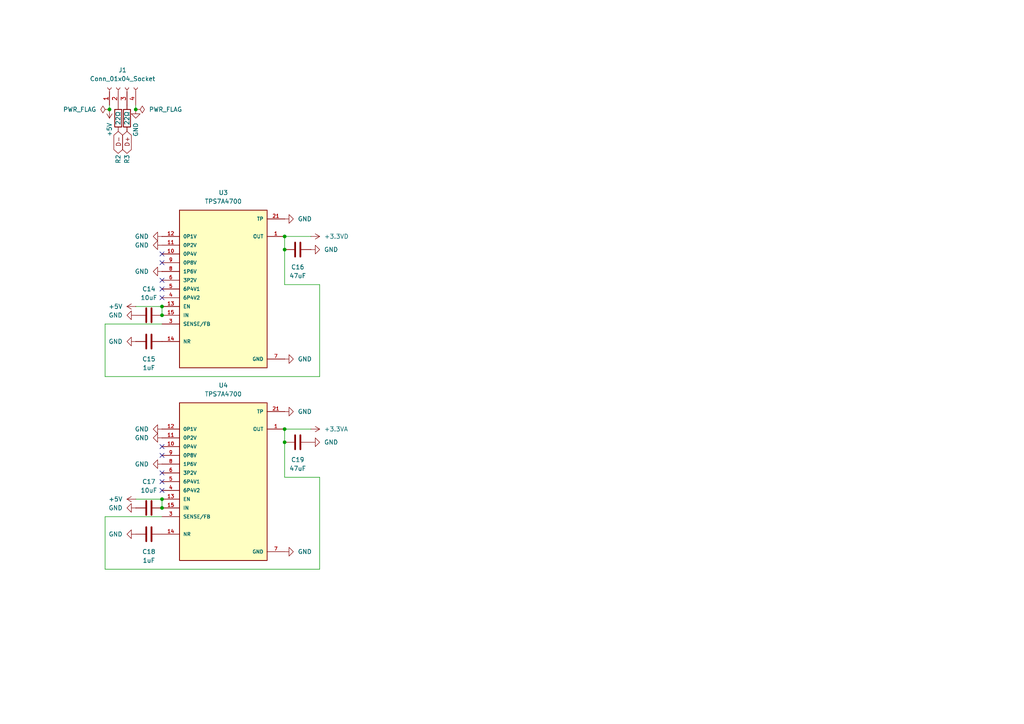
<source format=kicad_sch>
(kicad_sch (version 20250114) (generator "eeschema") (generator_version "9.0")
  (paper "A4")
  (lib_symbols
    (symbol "Connector:Conn_01x04_Socket" (pin_names (offset 1.016) (hide yes))
      (property "Reference" "J" (at 0 5.08 0))
      (property "Value" "Conn_01x04_Socket" (at 0 -7.62 0))
      (symbol "Conn_01x04_Socket_1_1"
        (polyline (pts (xy -1.27 2.54) (xy -0.508 2.54)) (stroke (width 0.1524)))
        (polyline (pts (xy -1.27 0) (xy -0.508 0)) (stroke (width 0.1524)))
        (polyline (pts (xy -1.27 -2.54) (xy -0.508 -2.54)) (stroke (width 0.1524)))
        (polyline (pts (xy -1.27 -5.08) (xy -0.508 -5.08)) (stroke (width 0.1524)))
        (arc (start 0 2.032) (mid -0.5058 2.54) (end 0 3.048) (stroke (width 0.1524)))
        (arc (start 0 -0.508) (mid -0.5058 0) (end 0 0.508) (stroke (width 0.1524)))
        (arc (start 0 -3.048) (mid -0.5058 -2.54) (end 0 -2.032) (stroke (width 0.1524)))
        (arc (start 0 -5.588) (mid -0.5058 -5.08) (end 0 -4.572) (stroke (width 0.1524)))
        (pin passive line (at -5.08 2.54 0) (length 3.81) (name "Pin_1") (number "1"))
        (pin passive line (at -5.08 0 0) (length 3.81) (name "Pin_2") (number "2"))
        (pin passive line (at -5.08 -2.54 0) (length 3.81) (name "Pin_3") (number "3"))
        (pin passive line (at -5.08 -5.08 0) (length 3.81) (name "Pin_4") (number "4"))
      )
    )
    (symbol "Device:C" (pin_numbers (hide yes)) (pin_names (offset 0.254))
      (property "Reference" "C" (at 0.635 2.54 0))
      (property "Value" "C" (at 0.635 -2.54 0))
      (symbol "C_0_1"
        (polyline (pts (xy -2.032 0.762) (xy 2.032 0.762)) (stroke (width 0.508)))
        (polyline (pts (xy -2.032 -0.762) (xy 2.032 -0.762)) (stroke (width 0.508)))
      )
      (symbol "C_1_1"
        (pin passive line (at 0 3.81 270) (length 2.794) (name "~") (number "1"))
        (pin passive line (at 0 -3.81 90) (length 2.794) (name "~") (number "2"))
      )
    )
    (symbol "Device:R" (pin_numbers (hide yes)) (pin_names (offset 0))
      (property "Reference" "R" (at 2.032 0 90))
      (property "Value" "R" (at 0 0 90))
      (symbol "R_0_1"
        (rectangle (start -1.016 -2.54) (end 1.016 2.54) (stroke (width 0.254)))
      )
      (symbol "R_1_1"
        (pin passive line (at 0 3.81 270) (length 1.27) (name "~") (number "1"))
        (pin passive line (at 0 -3.81 90) (length 1.27) (name "~") (number "2"))
      )
    )
    (symbol "power:+3.3V" (power) (pin_numbers (hide yes)) (pin_names (offset 0) (hide yes))
      (property "Value" "+3.3V" (at 0 3.556 0))
      (symbol "+3.3V_0_1"
        (polyline (pts (xy -0.762 1.27) (xy 0 2.54)))
        (polyline (pts (xy 0 2.54) (xy 0.762 1.27)))
        (polyline (pts (xy 0 0) (xy 0 2.54)))
      )
      (symbol "+3.3V_1_1"
        (pin power_in line (at 0 0 90) (length 0) (name "~") (number "1"))
      )
    )
    (symbol "power:+5V" (power) (pin_numbers (hide yes)) (pin_names (offset 0) (hide yes))
      (property "Value" "+5V" (at 0 3.556 0))
      (symbol "+5V_0_1"
        (polyline (pts (xy -0.762 1.27) (xy 0 2.54)))
        (polyline (pts (xy 0 2.54) (xy 0.762 1.27)))
        (polyline (pts (xy 0 0) (xy 0 2.54)))
      )
      (symbol "+5V_1_1"
        (pin power_in line (at 0 0 90) (length 0) (name "~") (number "1"))
      )
    )
    (symbol "power:GND" (power) (pin_numbers (hide yes)) (pin_names (offset 0) (hide yes))
      (property "Value" "GND" (at 0 -3.81 0))
      (symbol "GND_0_1"
        (polyline (pts (xy 0 0) (xy 0 -1.27) (xy 1.27 -1.27) (xy 0 -2.54) (xy -1.27 -1.27) (xy 0 -1.27)))
      )
      (symbol "GND_1_1"
        (pin power_in line (at 0 0 270) (length 0) (name "~") (number "1"))
      )
    )
    (symbol "power:PWR_FLAG" (power) (pin_numbers (hide yes)) (pin_names (offset 0) (hide yes))
      (property "Value" "PWR_FLAG" (at 0 3.81 0))
      (symbol "PWR_FLAG_0_0"
        (pin power_out line (at 0 0 90) (length 0) (name "~") (number "1"))
      )
      (symbol "PWR_FLAG_0_1"
        (polyline (pts (xy 0 0) (xy 0 1.27) (xy -1.016 1.905) (xy 0 2.54) (xy 1.016 1.905) (xy 0 1.27)))
      )
    )
    (symbol "prometheus-65-symbols:TPS7A4700" (pin_names (offset 1.016))
      (property "Reference" "U" (at -12.7 23.86 0))
      (property "Value" "TPS7A4700" (at -12.7 -26.86 0))
      (symbol "TPS7A4700_0_0"
        (rectangle (start -12.7 22.86) (end 12.7 -22.86) (stroke (width 0.254)) (fill (type background)))
        (pin input line (at -17.78 15.24 0) (length 5.08) (name "0P1V") (number "12"))
        (pin input line (at -17.78 12.7 0) (length 5.08) (name "0P2V") (number "11"))
        (pin input line (at -17.78 10.16 0) (length 5.08) (name "0P4V") (number "10"))
        (pin input line (at -17.78 7.62 0) (length 5.08) (name "0P8V") (number "9"))
        (pin input line (at -17.78 5.08 0) (length 5.08) (name "1P6V") (number "8"))
        (pin input line (at -17.78 2.54 0) (length 5.08) (name "3P2V") (number "6"))
        (pin input line (at -17.78 0 0) (length 5.08) (name "6P4V1") (number "5"))
        (pin input line (at -17.78 -2.54 0) (length 5.08) (name "6P4V2") (number "4"))
        (pin input line (at -17.78 -5.08 0) (length 5.08) (name "EN") (number "13"))
        (pin input line (at -17.78 -7.62 0) (length 5.08) (name "IN") (number "15"))
        (pin input line (at -17.78 -7.62 0) (length 5.08) (hide yes) (name "IN") (number "16"))
        (pin input line (at -17.78 -10.16 0) (length 5.08) (name "SENSE/FB") (number "3"))
        (pin bidirectional line (at -17.78 -15.24 0) (length 5.08) (name "NR") (number "14"))
        (pin power_in line (at 17.78 20.32 180) (length 5.08) (name "TP") (number "21"))
        (pin power_out line (at 17.78 15.24 180) (length 5.08) (name "OUT") (number "1"))
        (pin power_out line (at 17.78 15.24 180) (length 5.08) (hide yes) (name "OUT") (number "20"))
        (pin power_in line (at 17.78 -20.32 180) (length 5.08) (name "GND") (number "7"))
      )
    )
  )
  (junction (at 82.55 68.58))
  (junction (at 82.55 128.27))
  (junction (at 82.55 72.39))
  (junction (at 46.99 147.32))
  (junction (at 46.99 144.78))
  (junction (at 82.55 124.46))
  (junction (at 31.75 31.75))
  (junction (at 46.99 88.9))
  (junction (at 46.99 91.44))
  (junction (at 39.37 31.75))
  (no_connect (at 46.99 139.7))
  (no_connect (at 46.99 142.24))
  (no_connect (at 46.99 83.82))
  (no_connect (at 46.99 86.36))
  (no_connect (at 46.99 73.66))
  (no_connect (at 46.99 137.16))
  (no_connect (at 46.99 81.28))
  (no_connect (at 46.99 129.54))
  (no_connect (at 46.99 76.2))
  (no_connect (at 46.99 132.08))
  (wire (pts (xy 30.48 165.1) (xy 92.71 165.1)))
  (wire (pts (xy 39.37 31.75) (xy 39.37 30.48)))
  (wire (pts (xy 92.71 138.43) (xy 82.55 138.43)))
  (wire (pts (xy 30.48 93.98) (xy 30.48 109.22)))
  (wire (pts (xy 30.48 149.86) (xy 30.48 165.1)))
  (wire (pts (xy 82.55 128.27) (xy 82.55 138.43)))
  (wire (pts (xy 92.71 82.55) (xy 82.55 82.55)))
  (wire (pts (xy 82.55 124.46) (xy 82.55 128.27)))
  (wire (pts (xy 82.55 68.58) (xy 82.55 72.39)))
  (wire (pts (xy 30.48 109.22) (xy 92.71 109.22)))
  (wire (pts (xy 46.99 149.86) (xy 30.48 149.86)))
  (wire (pts (xy 46.99 88.9) (xy 46.99 91.44)))
  (wire (pts (xy 39.37 88.9) (xy 46.99 88.9)))
  (wire (pts (xy 82.55 68.58) (xy 90.17 68.58)))
  (wire (pts (xy 31.75 31.75) (xy 31.75 30.48)))
  (wire (pts (xy 92.71 165.1) (xy 92.71 138.43)))
  (wire (pts (xy 82.55 124.46) (xy 90.17 124.46)))
  (wire (pts (xy 92.71 109.22) (xy 92.71 82.55)))
  (wire (pts (xy 39.37 144.78) (xy 46.99 144.78)))
  (wire (pts (xy 46.99 144.78) (xy 46.99 147.32)))
  (wire (pts (xy 46.99 93.98) (xy 30.48 93.98)))
  (wire (pts (xy 82.55 72.39) (xy 82.55 82.55)))
  (global_label "D+" (shape bidirectional) (at 36.83 38.1 270) (property "Intersheetrefs" "${INTERSHEET_REFS}" (effects (hide yes))))
  (global_label "D-" (shape bidirectional) (at 34.29 38.1 270) (property "Intersheetrefs" "${INTERSHEET_REFS}" (effects (hide yes))))
  (symbol (lib_id "power:+5V") (at 39.37 88.9 90) (unit 1)
    (property "Reference" "#PWR036" (effects (hide yes)))
    (property "Value" "+5V" (at 35.56 88.8999 90) (effects (justify left)))
    (property "Description" "Power symbol creates a global label with name \"+5V\"" (effects (hide yes)))
  )
  (symbol (lib_id "power:GND") (at 39.37 91.44 270) (mirror x) (unit 1)
    (property "Reference" "#PWR037" (effects (hide yes)))
    (property "Value" "GND" (at 35.56 91.4399 90) (effects (justify right)))
    (property "Description" "Power symbol creates a global label with name \"GND\" , ground" (effects (hide yes)))
  )
  (symbol (lib_id "Device:C") (at 86.36 72.39 90) (mirror x) (unit 1)
    (property "Reference" "C16" (at 86.36 77.47 90))
    (property "Value" "47uF" (at 86.36 80.01 90))
    (property "Description" "Unpolarized capacitor" (effects (hide yes)))
  )
  (symbol (lib_id "power:GND") (at 46.99 71.12 270) (unit 1)
    (property "Reference" "#PWR034" (effects (hide yes)))
    (property "Value" "GND" (at 43.18 71.1199 90) (effects (justify right)))
    (property "Description" "Power symbol creates a global label with name \"GND\" , ground" (effects (hide yes)))
  )
  (symbol (lib_id "Device:C") (at 86.36 128.27 90) (mirror x) (unit 1)
    (property "Reference" "C19" (at 86.36 133.35 90))
    (property "Value" "47uF" (at 86.36 135.89 90))
    (property "Description" "Unpolarized capacitor" (effects (hide yes)))
  )
  (symbol (lib_id "power:GND") (at 39.37 31.75 0) (unit 1)
    (property "Reference" "#PWR01" (effects (hide yes)))
    (property "Value" "GND" (at 39.3701 35.56 90) (effects (justify right)))
    (property "Description" "Power symbol creates a global label with name \"GND\" , ground" (effects (hide yes)))
  )
  (symbol (lib_id "Device:R") (at 36.83 34.29 0) (unit 1)
    (property "Reference" "R3" (at 36.83 47.498 90) (effects (justify left)))
    (property "Value" "22Ω" (at 36.83 36.322 90) (effects (justify left)))
    (property "Description" "Resistor" (effects (hide yes)))
  )
  (symbol (lib_id "prometheus-65-symbols:TPS7A4700") (at 64.77 83.82 0) (unit 1)
    (property "Reference" "U3" (at 64.77 55.88 0))
    (property "Value" "TPS7A4700" (at 64.77 58.42 0))
    (property "Footprint" "prometheus-65-footprints:TPS7A47000RGWT" (effects (hide yes)))
    (property "MF" "Texas Instruments" (effects (hide yes)))
    (property "Description_1" "1-A, 36-V, low-noise, high-PSRR, low-dropout voltage regulator with enable" (effects (hide yes)))
    (property "Package" "VQFN-20 Texas Instruments" (effects (hide yes)))
    (property "MP" "TPS7A4700RGWT" (effects (hide yes)))
  )
  (symbol (lib_id "prometheus-65-symbols:TPS7A4700") (at 64.77 139.7 0) (unit 1)
    (property "Reference" "U4" (at 64.77 111.76 0))
    (property "Value" "TPS7A4700" (at 64.77 114.3 0))
    (property "Footprint" "prometheus-65-footprints:TPS7A47000RGWT" (effects (hide yes)))
    (property "MF" "Texas Instruments" (effects (hide yes)))
    (property "Description_1" "1-A, 36-V, low-noise, high-PSRR, low-dropout voltage regulator with enable" (effects (hide yes)))
    (property "Package" "VQFN-20 Texas Instruments" (effects (hide yes)))
    (property "MP" "TPS7A4700RGWT" (effects (hide yes)))
  )
  (symbol (lib_id "Connector:Conn_01x04_Socket") (at 34.29 25.4 90) (unit 1)
    (property "Reference" "J1" (at 35.56 20.32 90))
    (property "Value" "Conn_01x04_Socket" (at 35.56 22.86 90))
    (property "Description" "Generic connector, single row, 01x04, script generated" (effects (hide yes)))
  )
  (symbol (lib_id "power:PWR_FLAG") (at 39.37 31.75 270) (unit 1)
    (property "Reference" "#FLG02" (effects (hide yes)))
    (property "Value" "PWR_FLAG" (at 43.18 31.7499 90) (effects (justify left)))
    (property "Description" "Special symbol for telling ERC where power comes from" (effects (hide yes)))
  )
  (symbol (lib_id "power:GND") (at 46.99 68.58 270) (unit 1)
    (property "Reference" "#PWR035" (effects (hide yes)))
    (property "Value" "GND" (at 43.18 68.5799 90) (effects (justify right)))
    (property "Description" "Power symbol creates a global label with name \"GND\" , ground" (effects (hide yes)))
  )
  (symbol (lib_id "power:GND") (at 46.99 134.62 270) (unit 1)
    (property "Reference" "#PWR046" (effects (hide yes)))
    (property "Value" "GND" (at 43.18 134.6199 90) (effects (justify right)))
    (property "Description" "Power symbol creates a global label with name \"GND\" , ground" (effects (hide yes)))
  )
  (symbol (lib_id "Device:C") (at 43.18 99.06 90) (unit 1)
    (property "Reference" "C15" (at 43.18 104.14 90))
    (property "Value" "1uF" (at 43.18 106.68 90))
    (property "Description" "Unpolarized capacitor" (effects (hide yes)))
  )
  (symbol (lib_id "power:GND") (at 82.55 104.14 90) (unit 1)
    (property "Reference" "#PWR031" (effects (hide yes)))
    (property "Value" "GND" (at 86.36 104.1399 90) (effects (justify right)))
    (property "Description" "Power symbol creates a global label with name \"GND\" , ground" (effects (hide yes)))
  )
  (symbol (lib_id "power:GND") (at 46.99 127 270) (unit 1)
    (property "Reference" "#PWR045" (effects (hide yes)))
    (property "Value" "GND" (at 43.18 126.9999 90) (effects (justify right)))
    (property "Description" "Power symbol creates a global label with name \"GND\" , ground" (effects (hide yes)))
  )
  (symbol (lib_id "power:GND") (at 46.99 124.46 270) (unit 1)
    (property "Reference" "#PWR044" (effects (hide yes)))
    (property "Value" "GND" (at 43.18 124.4599 90) (effects (justify right)))
    (property "Description" "Power symbol creates a global label with name \"GND\" , ground" (effects (hide yes)))
  )
  (symbol (lib_id "power:GND") (at 46.99 78.74 270) (unit 1)
    (property "Reference" "#PWR033" (effects (hide yes)))
    (property "Value" "GND" (at 43.18 78.7399 90) (effects (justify right)))
    (property "Description" "Power symbol creates a global label with name \"GND\" , ground" (effects (hide yes)))
  )
  (symbol (lib_id "power:GND") (at 39.37 147.32 270) (mirror x) (unit 1)
    (property "Reference" "#PWR042" (effects (hide yes)))
    (property "Value" "GND" (at 35.56 147.3199 90) (effects (justify right)))
    (property "Description" "Power symbol creates a global label with name \"GND\" , ground" (effects (hide yes)))
  )
  (symbol (lib_id "power:GND") (at 82.55 119.38 90) (unit 1)
    (property "Reference" "#PWR047" (effects (hide yes)))
    (property "Value" "GND" (at 86.36 119.3799 90) (effects (justify right)))
    (property "Description" "Power symbol creates a global label with name \"GND\" , ground" (effects (hide yes)))
  )
  (symbol (lib_id "Device:C") (at 43.18 154.94 90) (unit 1)
    (property "Reference" "C18" (at 43.18 160.02 90))
    (property "Value" "1uF" (at 43.18 162.56 90))
    (property "Description" "Unpolarized capacitor" (effects (hide yes)))
  )
  (symbol (lib_id "power:GND") (at 39.37 99.06 270) (unit 1)
    (property "Reference" "#PWR038" (effects (hide yes)))
    (property "Value" "GND" (at 35.56 99.0599 90) (effects (justify right)))
    (property "Description" "Power symbol creates a global label with name \"GND\" , ground" (effects (hide yes)))
  )
  (symbol (lib_id "power:GND") (at 39.37 154.94 270) (unit 1)
    (property "Reference" "#PWR043" (effects (hide yes)))
    (property "Value" "GND" (at 35.56 154.9399 90) (effects (justify right)))
    (property "Description" "Power symbol creates a global label with name \"GND\" , ground" (effects (hide yes)))
  )
  (symbol (lib_id "Device:R") (at 34.29 34.29 0) (unit 1)
    (property "Reference" "R2" (at 34.29 47.498 90) (effects (justify left)))
    (property "Value" "22Ω" (at 34.29 36.322 90) (effects (justify left)))
    (property "Description" "Resistor" (effects (hide yes)))
  )
  (symbol (lib_id "power:GND") (at 90.17 72.39 90) (unit 1)
    (property "Reference" "#PWR040" (effects (hide yes)))
    (property "Value" "GND" (at 93.98 72.3899 90) (effects (justify right)))
    (property "Description" "Power symbol creates a global label with name \"GND\" , ground" (effects (hide yes)))
  )
  (symbol (lib_id "power:PWR_FLAG") (at 31.75 31.75 90) (unit 1)
    (property "Reference" "#FLG01" (effects (hide yes)))
    (property "Value" "PWR_FLAG" (at 27.94 31.7499 90) (effects (justify left)))
    (property "Description" "Special symbol for telling ERC where power comes from" (effects (hide yes)))
  )
  (symbol (lib_id "Device:C") (at 43.18 91.44 90) (mirror x) (unit 1)
    (property "Reference" "C14" (at 43.18 83.82 90))
    (property "Value" "10uF" (at 43.18 86.36 90))
    (property "Description" "Unpolarized capacitor" (effects (hide yes)))
  )
  (symbol (lib_id "Device:C") (at 43.18 147.32 90) (mirror x) (unit 1)
    (property "Reference" "C17" (at 43.18 139.7 90))
    (property "Value" "10uF" (at 43.18 142.24 90))
    (property "Description" "Unpolarized capacitor" (effects (hide yes)))
  )
  (symbol (lib_id "power:+3.3V") (at 90.17 124.46 270) (unit 1)
    (property "Reference" "#PWR049" (effects (hide yes)))
    (property "Value" "+3.3VA" (at 93.98 124.4599 90) (effects (justify left)))
    (property "Description" "Power symbol creates a global label with name \"+3.3V\"" (effects (hide yes)))
  )
  (symbol (lib_id "power:GND") (at 82.55 63.5 90) (unit 1)
    (property "Reference" "#PWR032" (effects (hide yes)))
    (property "Value" "GND" (at 86.36 63.4999 90) (effects (justify right)))
    (property "Description" "Power symbol creates a global label with name \"GND\" , ground" (effects (hide yes)))
  )
  (symbol (lib_id "power:GND") (at 90.17 128.27 90) (unit 1)
    (property "Reference" "#PWR050" (effects (hide yes)))
    (property "Value" "GND" (at 93.98 128.2699 90) (effects (justify right)))
    (property "Description" "Power symbol creates a global label with name \"GND\" , ground" (effects (hide yes)))
  )
  (symbol (lib_id "power:GND") (at 82.55 160.02 90) (unit 1)
    (property "Reference" "#PWR048" (effects (hide yes)))
    (property "Value" "GND" (at 86.36 160.0199 90) (effects (justify right)))
    (property "Description" "Power symbol creates a global label with name \"GND\" , ground" (effects (hide yes)))
  )
  (symbol (lib_id "power:+5V") (at 31.75 31.75 180) (unit 1)
    (property "Reference" "#PWR02" (effects (hide yes)))
    (property "Value" "+5V" (at 31.7501 35.56 90) (effects (justify left)))
    (property "Description" "Power symbol creates a global label with name \"+5V\"" (effects (hide yes)))
  )
  (symbol (lib_id "power:+5V") (at 39.37 144.78 90) (unit 1)
    (property "Reference" "#PWR041" (effects (hide yes)))
    (property "Value" "+5V" (at 35.56 144.7799 90) (effects (justify left)))
    (property "Description" "Power symbol creates a global label with name \"+5V\"" (effects (hide yes)))
  )
  (symbol (lib_id "power:+3.3V") (at 90.17 68.58 270) (unit 1)
    (property "Reference" "#PWR039" (effects (hide yes)))
    (property "Value" "+3.3VD" (at 93.98 68.5799 90) (effects (justify left)))
    (property "Description" "Power symbol creates a global label with name \"+3.3V\"" (effects (hide yes)))
  )
)
</source>
